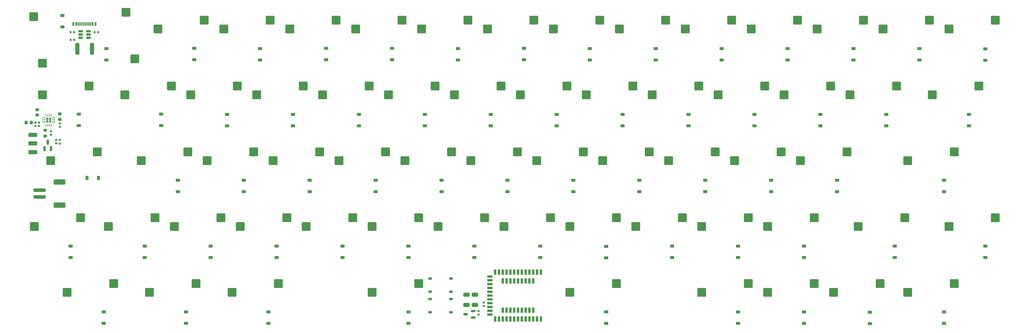
<source format=gbr>
%TF.GenerationSoftware,KiCad,Pcbnew,9.0.1*%
%TF.CreationDate,2025-05-16T22:45:17+09:00*%
%TF.ProjectId,H360,48333630-2e6b-4696-9361-645f70636258,rev?*%
%TF.SameCoordinates,Original*%
%TF.FileFunction,Paste,Bot*%
%TF.FilePolarity,Positive*%
%FSLAX46Y46*%
G04 Gerber Fmt 4.6, Leading zero omitted, Abs format (unit mm)*
G04 Created by KiCad (PCBNEW 9.0.1) date 2025-05-16 22:45:18*
%MOMM*%
%LPD*%
G01*
G04 APERTURE LIST*
G04 Aperture macros list*
%AMRoundRect*
0 Rectangle with rounded corners*
0 $1 Rounding radius*
0 $2 $3 $4 $5 $6 $7 $8 $9 X,Y pos of 4 corners*
0 Add a 4 corners polygon primitive as box body*
4,1,4,$2,$3,$4,$5,$6,$7,$8,$9,$2,$3,0*
0 Add four circle primitives for the rounded corners*
1,1,$1+$1,$2,$3*
1,1,$1+$1,$4,$5*
1,1,$1+$1,$6,$7*
1,1,$1+$1,$8,$9*
0 Add four rect primitives between the rounded corners*
20,1,$1+$1,$2,$3,$4,$5,0*
20,1,$1+$1,$4,$5,$6,$7,0*
20,1,$1+$1,$6,$7,$8,$9,0*
20,1,$1+$1,$8,$9,$2,$3,0*%
G04 Aperture macros list end*
%ADD10RoundRect,0.225000X0.375000X-0.225000X0.375000X0.225000X-0.375000X0.225000X-0.375000X-0.225000X0*%
%ADD11RoundRect,0.135000X-0.185000X0.135000X-0.185000X-0.135000X0.185000X-0.135000X0.185000X0.135000X0*%
%ADD12RoundRect,0.250000X1.025000X1.000000X-1.025000X1.000000X-1.025000X-1.000000X1.025000X-1.000000X0*%
%ADD13RoundRect,0.250000X-1.000000X1.025000X-1.000000X-1.025000X1.000000X-1.025000X1.000000X1.025000X0*%
%ADD14R,0.700000X1.524000*%
%ADD15R,1.524000X0.700000*%
%ADD16RoundRect,0.150000X-0.512500X-0.150000X0.512500X-0.150000X0.512500X0.150000X-0.512500X0.150000X0*%
%ADD17R,1.000000X0.750000*%
%ADD18RoundRect,0.250000X-0.312500X-1.450000X0.312500X-1.450000X0.312500X1.450000X-0.312500X1.450000X0*%
%ADD19RoundRect,0.250000X0.650000X-0.325000X0.650000X0.325000X-0.650000X0.325000X-0.650000X-0.325000X0*%
%ADD20R,0.600000X1.140000*%
%ADD21R,0.300000X1.140000*%
%ADD22RoundRect,0.250000X1.000000X-0.375000X1.000000X0.375000X-1.000000X0.375000X-1.000000X-0.375000X0*%
%ADD23RoundRect,0.150000X0.512500X0.150000X-0.512500X0.150000X-0.512500X-0.150000X0.512500X-0.150000X0*%
%ADD24RoundRect,0.200000X-0.275000X0.200000X-0.275000X-0.200000X0.275000X-0.200000X0.275000X0.200000X0*%
%ADD25RoundRect,0.147500X-0.147500X-0.172500X0.147500X-0.172500X0.147500X0.172500X-0.147500X0.172500X0*%
%ADD26RoundRect,0.250000X1.000000X-1.025000X1.000000X1.025000X-1.000000X1.025000X-1.000000X-1.025000X0*%
%ADD27RoundRect,0.225000X0.225000X0.375000X-0.225000X0.375000X-0.225000X-0.375000X0.225000X-0.375000X0*%
%ADD28RoundRect,0.225000X-0.250000X0.225000X-0.250000X-0.225000X0.250000X-0.225000X0.250000X0.225000X0*%
%ADD29RoundRect,0.140000X0.170000X-0.140000X0.170000X0.140000X-0.170000X0.140000X-0.170000X-0.140000X0*%
%ADD30RoundRect,0.135000X0.185000X-0.135000X0.185000X0.135000X-0.185000X0.135000X-0.185000X-0.135000X0*%
%ADD31RoundRect,0.225000X0.225000X0.250000X-0.225000X0.250000X-0.225000X-0.250000X0.225000X-0.250000X0*%
%ADD32RoundRect,0.160000X-0.160000X-0.160000X0.160000X-0.160000X0.160000X0.160000X-0.160000X0.160000X0*%
%ADD33RoundRect,0.062500X-0.375000X-0.062500X0.375000X-0.062500X0.375000X0.062500X-0.375000X0.062500X0*%
%ADD34RoundRect,0.062500X-0.062500X-0.375000X0.062500X-0.375000X0.062500X0.375000X-0.062500X0.375000X0*%
%ADD35RoundRect,0.135000X0.135000X0.185000X-0.135000X0.185000X-0.135000X-0.185000X0.135000X-0.185000X0*%
%ADD36RoundRect,0.150000X0.150000X-0.587500X0.150000X0.587500X-0.150000X0.587500X-0.150000X-0.587500X0*%
%ADD37RoundRect,0.250000X-1.500000X0.250000X-1.500000X-0.250000X1.500000X-0.250000X1.500000X0.250000X0*%
%ADD38RoundRect,0.250001X-1.449999X0.499999X-1.449999X-0.499999X1.449999X-0.499999X1.449999X0.499999X0*%
G04 APERTURE END LIST*
D10*
%TO.C,D49*%
X162718750Y-175481250D03*
X162718750Y-172181250D03*
%TD*%
D11*
%TO.C,R7*%
X75000000Y-136490000D03*
X75000000Y-137510000D03*
%TD*%
D10*
%TO.C,D60*%
X117475000Y-194531250D03*
X117475000Y-191231250D03*
%TD*%
D12*
%TO.C,MX21*%
X175996250Y-128428750D03*
X189446250Y-125888750D03*
%TD*%
D10*
%TO.C,D45*%
X84137500Y-175481250D03*
X84137500Y-172181250D03*
%TD*%
%TO.C,D42*%
X286543750Y-156431250D03*
X286543750Y-153131250D03*
%TD*%
D12*
%TO.C,MX61*%
X228383750Y-185578750D03*
X241833750Y-183038750D03*
%TD*%
%TO.C,MX9*%
X223621250Y-109378750D03*
X237071250Y-106838750D03*
%TD*%
D10*
%TO.C,D6*%
X138906250Y-118331250D03*
X138906250Y-115031250D03*
%TD*%
D12*
%TO.C,MX5*%
X147421250Y-109378750D03*
X160871250Y-106838750D03*
%TD*%
D10*
%TO.C,D5*%
X119856250Y-118268750D03*
X119856250Y-114968750D03*
%TD*%
D12*
%TO.C,MX26*%
X271246250Y-128428750D03*
X284696250Y-125888750D03*
%TD*%
D13*
%TO.C,MX1*%
X76041250Y-119278750D03*
X73501250Y-105828750D03*
%TD*%
D12*
%TO.C,MX10*%
X242671250Y-109378750D03*
X256121250Y-106838750D03*
%TD*%
%TO.C,MX19*%
X137896250Y-128428750D03*
X151346250Y-125888750D03*
%TD*%
D10*
%TO.C,D47*%
X124618750Y-175481250D03*
X124618750Y-172181250D03*
%TD*%
%TO.C,D19*%
X110331250Y-137318750D03*
X110331250Y-134018750D03*
%TD*%
%TO.C,D55*%
X277018750Y-175481250D03*
X277018750Y-172181250D03*
%TD*%
D14*
%TO.C,U3*%
X219981000Y-193250000D03*
X218881000Y-193250000D03*
X217781000Y-193250000D03*
X216681000Y-193250000D03*
X215581000Y-193250000D03*
X214481000Y-193250000D03*
X213381000Y-193250000D03*
X212281000Y-193250000D03*
X211181000Y-193250000D03*
X210081000Y-193250000D03*
X208981000Y-193250000D03*
X207881000Y-193250000D03*
X206781000Y-193250000D03*
D15*
X205281000Y-192000000D03*
X205281000Y-190900000D03*
X205281000Y-189800000D03*
X205281000Y-188700000D03*
X205281000Y-187600000D03*
X205281000Y-186500000D03*
X205281000Y-185400000D03*
X205281000Y-184300000D03*
X205281000Y-183200000D03*
X205281000Y-182100000D03*
X205281000Y-181000000D03*
D14*
X206781000Y-179750000D03*
X207881000Y-179750000D03*
X208981000Y-179750000D03*
X210081000Y-179750000D03*
X211181000Y-179750000D03*
X212281000Y-179750000D03*
X213381000Y-179750000D03*
X214481000Y-179750000D03*
X215581000Y-179750000D03*
X216681000Y-179750000D03*
X217781000Y-179750000D03*
X218881000Y-179750000D03*
X219981000Y-179750000D03*
X217781000Y-190750000D03*
X216681000Y-190750000D03*
X215581000Y-190750000D03*
X214481000Y-190750000D03*
X213381000Y-190750000D03*
X212281000Y-190750000D03*
X211181000Y-190750000D03*
X210081000Y-190750000D03*
X208981000Y-190750000D03*
X217781000Y-182250000D03*
X216681000Y-182250000D03*
X215581000Y-182250000D03*
X214481000Y-182250000D03*
X213381000Y-182250000D03*
X212281000Y-182250000D03*
X211181000Y-182250000D03*
X210081000Y-182250000D03*
X208981000Y-182250000D03*
%TD*%
D12*
%TO.C,MX45*%
X114083750Y-166528750D03*
X127533750Y-163988750D03*
%TD*%
D16*
%TO.C,U1*%
X87042500Y-111950000D03*
X87042500Y-111000000D03*
X87042500Y-110050000D03*
X89317500Y-110050000D03*
X89317500Y-111000000D03*
X89317500Y-111950000D03*
%TD*%
D12*
%TO.C,MX63*%
X285533750Y-185578750D03*
X298983750Y-183038750D03*
%TD*%
D10*
%TO.C,D14*%
X291306250Y-118331250D03*
X291306250Y-115031250D03*
%TD*%
%TO.C,D24*%
X205581250Y-137381250D03*
X205581250Y-134081250D03*
%TD*%
D12*
%TO.C,MX35*%
X180758750Y-147478750D03*
X194208750Y-144938750D03*
%TD*%
%TO.C,MX16*%
X75983750Y-128428750D03*
X89433750Y-125888750D03*
%TD*%
%TO.C,MX53*%
X266483750Y-166528750D03*
X279933750Y-163988750D03*
%TD*%
D17*
%TO.C,SW3*%
X194000000Y-187537500D03*
X188000000Y-187537500D03*
X194000000Y-191287500D03*
X188000000Y-191287500D03*
%TD*%
D12*
%TO.C,MX30*%
X78365000Y-147478750D03*
X91815000Y-144938750D03*
%TD*%
D10*
%TO.C,D38*%
X210343750Y-156431250D03*
X210343750Y-153131250D03*
%TD*%
D18*
%TO.C,F1*%
X86042500Y-115093750D03*
X90317500Y-115093750D03*
%TD*%
D10*
%TO.C,D36*%
X172243750Y-156431250D03*
X172243750Y-153131250D03*
%TD*%
D12*
%TO.C,MX23*%
X214096250Y-128428750D03*
X227546250Y-125888750D03*
%TD*%
%TO.C,MX11*%
X261721250Y-109378750D03*
X275171250Y-106838750D03*
%TD*%
D10*
%TO.C,D3*%
X81756250Y-108806250D03*
X81756250Y-105506250D03*
%TD*%
D19*
%TO.C,C7*%
X201000000Y-189200000D03*
X201000000Y-186250000D03*
%TD*%
D12*
%TO.C,MX46*%
X133133750Y-166528750D03*
X146583750Y-163988750D03*
%TD*%
D10*
%TO.C,D11*%
X234156250Y-118331250D03*
X234156250Y-115031250D03*
%TD*%
%TO.C,D23*%
X186531250Y-137381250D03*
X186531250Y-134081250D03*
%TD*%
%TO.C,D12*%
X253206250Y-118331250D03*
X253206250Y-115031250D03*
%TD*%
D12*
%TO.C,MX18*%
X118846250Y-128428750D03*
X132296250Y-125888750D03*
%TD*%
%TO.C,MX49*%
X190283750Y-166528750D03*
X203733750Y-163988750D03*
%TD*%
D20*
%TO.C,J1*%
X84906250Y-107937500D03*
X85706250Y-107937500D03*
D21*
X86856250Y-107937500D03*
X87856250Y-107937500D03*
X88356250Y-107937500D03*
X89356250Y-107937500D03*
D20*
X91306250Y-107937500D03*
X90506250Y-107937500D03*
D21*
X89856250Y-107937500D03*
X88856250Y-107937500D03*
X87356250Y-107937500D03*
X86356250Y-107937500D03*
%TD*%
D10*
%TO.C,D27*%
X262731250Y-137381250D03*
X262731250Y-134081250D03*
%TD*%
D17*
%TO.C,SW2*%
X194000000Y-181625000D03*
X188000000Y-181625000D03*
X194000000Y-185375000D03*
X188000000Y-185375000D03*
%TD*%
D10*
%TO.C,D17*%
X348456250Y-118393750D03*
X348456250Y-115093750D03*
%TD*%
D12*
%TO.C,MX22*%
X195046250Y-128428750D03*
X208496250Y-125888750D03*
%TD*%
D10*
%TO.C,D29*%
X300831250Y-137381250D03*
X300831250Y-134081250D03*
%TD*%
%TO.C,D18*%
X86518750Y-137318750D03*
X86518750Y-134018750D03*
%TD*%
%TO.C,D62*%
X181768750Y-194531250D03*
X181768750Y-191231250D03*
%TD*%
D22*
%TO.C,SW1*%
X73250000Y-145000000D03*
X73250000Y-142500000D03*
X73250000Y-140000000D03*
%TD*%
D10*
%TO.C,D48*%
X143668750Y-175481250D03*
X143668750Y-172181250D03*
%TD*%
D12*
%TO.C,MX29*%
X333158750Y-128428750D03*
X346608750Y-125888750D03*
%TD*%
D10*
%TO.C,D39*%
X229393750Y-156431250D03*
X229393750Y-153131250D03*
%TD*%
D12*
%TO.C,MX39*%
X256958750Y-147478750D03*
X270408750Y-144938750D03*
%TD*%
%TO.C,MX4*%
X128371250Y-109378750D03*
X141821250Y-106838750D03*
%TD*%
%TO.C,MX55*%
X311727500Y-166528750D03*
X325177500Y-163988750D03*
%TD*%
%TO.C,MX56*%
X337921250Y-166528750D03*
X351371250Y-163988750D03*
%TD*%
D10*
%TO.C,D53*%
X238918750Y-175543750D03*
X238918750Y-172243750D03*
%TD*%
D23*
%TO.C,U4*%
X200500000Y-190981250D03*
X200500000Y-192881250D03*
X198225000Y-191931250D03*
%TD*%
D10*
%TO.C,D37*%
X191293750Y-156431250D03*
X191293750Y-153131250D03*
%TD*%
D12*
%TO.C,MX33*%
X142658750Y-147478750D03*
X156108750Y-144938750D03*
%TD*%
D24*
%TO.C,R3*%
X76750000Y-138675000D03*
X76750000Y-140325000D03*
%TD*%
D25*
%TO.C,L1*%
X84162500Y-112500000D03*
X85132500Y-112500000D03*
%TD*%
D12*
%TO.C,MX43*%
X73602500Y-166528750D03*
X87052500Y-163988750D03*
%TD*%
%TO.C,MX41*%
X295058750Y-147478750D03*
X308508750Y-144938750D03*
%TD*%
D10*
%TO.C,D35*%
X153193750Y-156431250D03*
X153193750Y-153131250D03*
%TD*%
D11*
%TO.C,R6*%
X78500000Y-138990000D03*
X78500000Y-140010000D03*
%TD*%
D10*
%TO.C,D28*%
X281781250Y-137381250D03*
X281781250Y-134081250D03*
%TD*%
%TO.C,D57*%
X348456250Y-175481250D03*
X348456250Y-172181250D03*
%TD*%
D12*
%TO.C,MX27*%
X290296250Y-128428750D03*
X303746250Y-125888750D03*
%TD*%
%TO.C,MX64*%
X304583750Y-185578750D03*
X318033750Y-183038750D03*
%TD*%
%TO.C,MX28*%
X309346250Y-128428750D03*
X322796250Y-125888750D03*
%TD*%
%TO.C,MX50*%
X209333750Y-166528750D03*
X222783750Y-163988750D03*
%TD*%
D10*
%TO.C,D46*%
X105568750Y-175481250D03*
X105568750Y-172181250D03*
%TD*%
%TO.C,D31*%
X343693750Y-137381250D03*
X343693750Y-134081250D03*
%TD*%
D12*
%TO.C,MX48*%
X171233750Y-166528750D03*
X184683750Y-163988750D03*
%TD*%
%TO.C,MX44*%
X95033750Y-166528750D03*
X108483750Y-163988750D03*
%TD*%
%TO.C,MX34*%
X161708750Y-147478750D03*
X175158750Y-144938750D03*
%TD*%
D26*
%TO.C,MX2*%
X100171250Y-104558750D03*
X102711250Y-118008750D03*
%TD*%
D10*
%TO.C,D7*%
X157956250Y-118268750D03*
X157956250Y-114968750D03*
%TD*%
%TO.C,D9*%
X196056250Y-118331250D03*
X196056250Y-115031250D03*
%TD*%
D12*
%TO.C,MX38*%
X237908750Y-147478750D03*
X251358750Y-144938750D03*
%TD*%
%TO.C,MX24*%
X233146250Y-128428750D03*
X246596250Y-125888750D03*
%TD*%
%TO.C,MX13*%
X299821250Y-109378750D03*
X313271250Y-106838750D03*
%TD*%
%TO.C,MX3*%
X109321250Y-109378750D03*
X122771250Y-106838750D03*
%TD*%
%TO.C,MX36*%
X199808750Y-147478750D03*
X213258750Y-144938750D03*
%TD*%
%TO.C,MX31*%
X104558750Y-147478750D03*
X118008750Y-144938750D03*
%TD*%
D10*
%TO.C,D54*%
X257968750Y-175481250D03*
X257968750Y-172181250D03*
%TD*%
D27*
%TO.C,D32*%
X92150000Y-152500000D03*
X88850000Y-152500000D03*
%TD*%
D10*
%TO.C,D40*%
X248443750Y-156431250D03*
X248443750Y-153131250D03*
%TD*%
%TO.C,D58*%
X322262500Y-175481250D03*
X322262500Y-172181250D03*
%TD*%
D12*
%TO.C,MX58*%
X106940000Y-185578750D03*
X120390000Y-183038750D03*
%TD*%
D10*
%TO.C,D56*%
X296068750Y-175481250D03*
X296068750Y-172181250D03*
%TD*%
%TO.C,D67*%
X336550000Y-194531250D03*
X336550000Y-191231250D03*
%TD*%
D11*
%TO.C,R4*%
X81000000Y-136740000D03*
X81000000Y-137760000D03*
%TD*%
D10*
%TO.C,D34*%
X134143750Y-156431250D03*
X134143750Y-153131250D03*
%TD*%
%TO.C,D20*%
X129381250Y-137381250D03*
X129381250Y-134081250D03*
%TD*%
D28*
%TO.C,C3*%
X74500000Y-132725000D03*
X74500000Y-134275000D03*
%TD*%
D10*
%TO.C,D43*%
X305593750Y-156431250D03*
X305593750Y-153131250D03*
%TD*%
D12*
%TO.C,MX20*%
X156946250Y-128428750D03*
X170396250Y-125888750D03*
%TD*%
D10*
%TO.C,D65*%
X296068750Y-194531250D03*
X296068750Y-191231250D03*
%TD*%
D29*
%TO.C,C8*%
X202000000Y-191980000D03*
X202000000Y-191020000D03*
%TD*%
D12*
%TO.C,MX14*%
X318871250Y-109378750D03*
X332321250Y-106838750D03*
%TD*%
D10*
%TO.C,D13*%
X272256250Y-118331250D03*
X272256250Y-115031250D03*
%TD*%
D12*
%TO.C,MX62*%
X266483750Y-185578750D03*
X279933750Y-183038750D03*
%TD*%
D10*
%TO.C,D8*%
X177006250Y-118268750D03*
X177006250Y-114968750D03*
%TD*%
%TO.C,D26*%
X243681250Y-137381250D03*
X243681250Y-134081250D03*
%TD*%
%TO.C,D21*%
X148431250Y-137381250D03*
X148431250Y-134081250D03*
%TD*%
D12*
%TO.C,MX17*%
X99796250Y-128428750D03*
X113246250Y-125888750D03*
%TD*%
D10*
%TO.C,D44*%
X336550000Y-156431250D03*
X336550000Y-153131250D03*
%TD*%
%TO.C,D30*%
X319881250Y-137381250D03*
X319881250Y-134081250D03*
%TD*%
%TO.C,D16*%
X329406250Y-118331250D03*
X329406250Y-115031250D03*
%TD*%
D30*
%TO.C,R5*%
X203500000Y-189520000D03*
X203500000Y-188500000D03*
%TD*%
D12*
%TO.C,MX60*%
X171233750Y-185578750D03*
X184683750Y-183038750D03*
%TD*%
D10*
%TO.C,D52*%
X219868750Y-175481250D03*
X219868750Y-172181250D03*
%TD*%
D12*
%TO.C,MX51*%
X228383750Y-166528750D03*
X241833750Y-163988750D03*
%TD*%
D10*
%TO.C,D50*%
X181768750Y-175481250D03*
X181768750Y-172181250D03*
%TD*%
%TO.C,D61*%
X141287500Y-194531250D03*
X141287500Y-191231250D03*
%TD*%
D12*
%TO.C,MX8*%
X204571250Y-109378750D03*
X218021250Y-106838750D03*
%TD*%
D10*
%TO.C,D33*%
X115093750Y-156431250D03*
X115093750Y-153131250D03*
%TD*%
%TO.C,D63*%
X238918750Y-194531250D03*
X238918750Y-191231250D03*
%TD*%
D12*
%TO.C,MX42*%
X326015000Y-147478750D03*
X339465000Y-144938750D03*
%TD*%
D10*
%TO.C,D10*%
X215106250Y-118268750D03*
X215106250Y-114968750D03*
%TD*%
D12*
%TO.C,MX32*%
X123608750Y-147478750D03*
X137058750Y-144938750D03*
%TD*%
D10*
%TO.C,D51*%
X200818750Y-175481250D03*
X200818750Y-172181250D03*
%TD*%
D12*
%TO.C,MX25*%
X252196250Y-128428750D03*
X265646250Y-125888750D03*
%TD*%
%TO.C,MX15*%
X337921250Y-109378750D03*
X351371250Y-106838750D03*
%TD*%
%TO.C,MX52*%
X247433750Y-166528750D03*
X260883750Y-163988750D03*
%TD*%
%TO.C,MX37*%
X218858750Y-147478750D03*
X232308750Y-144938750D03*
%TD*%
%TO.C,MX47*%
X152183750Y-166528750D03*
X165633750Y-163988750D03*
%TD*%
%TO.C,MX6*%
X166471250Y-109378750D03*
X179921250Y-106838750D03*
%TD*%
D31*
%TO.C,C4*%
X72775000Y-136500000D03*
X71225000Y-136500000D03*
%TD*%
D28*
%TO.C,C5*%
X81000000Y-133950000D03*
X81000000Y-135500000D03*
%TD*%
D32*
%TO.C,U5*%
X77387500Y-135350000D03*
X77387500Y-136150000D03*
X78187500Y-135350000D03*
X78187500Y-136150000D03*
D33*
X76350000Y-136500000D03*
X76350000Y-136000000D03*
X76350000Y-135500000D03*
X76350000Y-135000000D03*
D34*
X77037500Y-134312500D03*
X77537500Y-134312500D03*
X78037500Y-134312500D03*
X78537500Y-134312500D03*
D33*
X79225000Y-135000000D03*
X79225000Y-135500000D03*
X79225000Y-136000000D03*
X79225000Y-136500000D03*
D34*
X78537500Y-137187500D03*
X78037500Y-137187500D03*
X77537500Y-137187500D03*
X77037500Y-137187500D03*
%TD*%
D12*
%TO.C,MX7*%
X185521250Y-109378750D03*
X198971250Y-106838750D03*
%TD*%
D10*
%TO.C,D66*%
X315118750Y-194593750D03*
X315118750Y-191293750D03*
%TD*%
D30*
%TO.C,R9*%
X80000000Y-142510000D03*
X80000000Y-141490000D03*
%TD*%
D35*
%TO.C,R2*%
X85157500Y-110331250D03*
X84137500Y-110331250D03*
%TD*%
D36*
%TO.C,Q1*%
X78500000Y-144000000D03*
X76600000Y-144000000D03*
X77550000Y-142125000D03*
%TD*%
D11*
%TO.C,R10*%
X81000000Y-141500000D03*
X81000000Y-142520000D03*
%TD*%
%TO.C,R8*%
X74000000Y-136500000D03*
X74000000Y-137520000D03*
%TD*%
D12*
%TO.C,MX54*%
X285533750Y-166528750D03*
X298983750Y-163988750D03*
%TD*%
D10*
%TO.C,D64*%
X277018750Y-194531250D03*
X277018750Y-191231250D03*
%TD*%
%TO.C,D59*%
X93662500Y-194531250D03*
X93662500Y-191231250D03*
%TD*%
D19*
%TO.C,C6*%
X198500000Y-189200000D03*
X198500000Y-186250000D03*
%TD*%
D37*
%TO.C,J2*%
X75150000Y-156000000D03*
X75150000Y-158000000D03*
D38*
X80900000Y-153650000D03*
X80900000Y-160350000D03*
%TD*%
D12*
%TO.C,MX65*%
X326015000Y-185578750D03*
X339465000Y-183038750D03*
%TD*%
D10*
%TO.C,D4*%
X94456250Y-118331250D03*
X94456250Y-115031250D03*
%TD*%
%TO.C,D41*%
X267493750Y-156431250D03*
X267493750Y-153131250D03*
%TD*%
D12*
%TO.C,MX40*%
X276008750Y-147478750D03*
X289458750Y-144938750D03*
%TD*%
%TO.C,MX12*%
X280771250Y-109378750D03*
X294221250Y-106838750D03*
%TD*%
D35*
%TO.C,R1*%
X92075000Y-110331250D03*
X91055000Y-110331250D03*
%TD*%
D12*
%TO.C,MX59*%
X130752500Y-185578750D03*
X144202500Y-183038750D03*
%TD*%
D10*
%TO.C,D25*%
X224631250Y-137381250D03*
X224631250Y-134081250D03*
%TD*%
%TO.C,D15*%
X310356250Y-118331250D03*
X310356250Y-115031250D03*
%TD*%
%TO.C,D22*%
X167481250Y-137381250D03*
X167481250Y-134081250D03*
%TD*%
D12*
%TO.C,MX57*%
X83127500Y-185578750D03*
X96577500Y-183038750D03*
%TD*%
M02*

</source>
